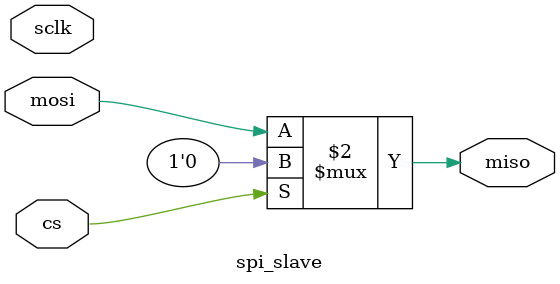
<source format=v>
module spi_slave (
    input  wire sclk,  // SPI clock
    input  wire cs,    // Chip select (active low)
    input  wire mosi,  // Master Out, Slave In
    output wire miso   // Master In, Slave Out
);

// When CS is active, pass MOSI directly to MISO; otherwise drive low.
assign miso = (!cs) ? mosi : 1'b0;

endmodule


</source>
